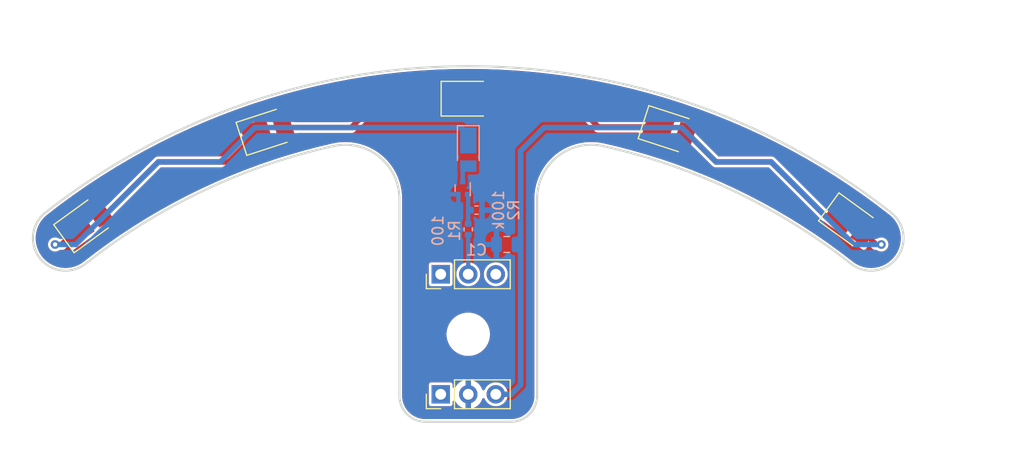
<source format=kicad_pcb>
(kicad_pcb (version 20211014) (generator pcbnew)
  (layers (0 "F.Cu" signal) (31 "B.Cu" signal) (34 "B.Paste" user) (35 "F.Paste" user) (36 "B.SilkS" user "B.Silkscreen") (37 "F.SilkS" user "F.Silkscreen") (38 "B.Mask" user) (39 "F.Mask" user) (44 "Edge.Cuts" user))
  (net 0 "")
  (net 1 "GND")
  (net 2 "+48V")
  (net 3 "Net-(D1-Pad1)")
  (net 4 "Net-(D1-Pad2)")
  (net 5 "Net-(D2-Pad2)")
  (net 6 "Net-(D3-Pad2)")
  (net 7 "Net-(D4-Pad2)")
  (net 8 "ENABLE")
  (net 9 "Net-(Q1-Pad1)")
  (net 10 "Net-(Q1-Pad3)")
  (net 11 "+5V")
  (net 13 "+3V3")
  (footprint "LED_SMD:LED_PLCC_2835_Handsoldering" (layer "F.Cu") (at 162.054952 85.99555 -18)
    (fp_text reference "D4" hide)
    (fp_text value "LED" hide)
    (fp_line (start -2.5 -1.6) (end -2.5 1.6) (layer "F.SilkS") (width 0.12))
    (fp_line (start 1.4 1.6) (end -2.5 1.6) (layer "F.SilkS") (width 0.12))
    (fp_line (start 1.4 -1.6) (end -2.5 -1.6) (layer "F.SilkS") (width 0.12))
    (pad "1" smd rect locked (at -1.05 0 342) (size 2.5 2.2) (layers "F.Cu" "F.Paste" "F.Mask") (net 6 "Net-(D3-Pad2)"))
    (pad "2" smd rect locked (at 1.525 0 342) (size 1.55 2.2) (layers "F.Cu" "F.Paste" "F.Mask") (net 7 "Net-(D4-Pad2)"))
  )
  (footprint "Connector_PinHeader_2.54mm:PinHeader_1x03_P2.54mm_Vertical" (layer "F.Cu") (at 140.973933 110.34894 90)
    (fp_text reference "J1" hide)
    (fp_text value "Conn_01x03_Female" hide)
    (fp_line (start -1.33 6.41) (end 1.33 6.41) (layer "F.SilkS") (width 0.12))
    (fp_line (start -1.33 1.27) (end -1.33 6.41) (layer "F.SilkS") (width 0.12))
    (fp_line (start -1.33 1.27) (end 1.33 1.27) (layer "F.SilkS") (width 0.12))
    (fp_line (start -1.33 0) (end -1.33 -1.33) (layer "F.SilkS") (width 0.12))
    (fp_line (start -1.33 -1.33) (end 0 -1.33) (layer "F.SilkS") (width 0.12))
    (fp_line (start 1.33 1.27) (end 1.33 6.41) (layer "F.SilkS") (width 0.12))
    (pad "1" thru_hole rect locked (at 0 0 90) (size 1.7 1.7) (drill 1) (layers *.Cu *.Mask) (net 11 "+5V"))
    (pad "2" thru_hole oval locked (at 0 2.54 90) (size 1.7 1.7) (drill 1) (layers *.Cu *.Mask) (net 1 "GND"))
    (pad "3" thru_hole oval locked (at 0 5.08 90) (size 1.7 1.7) (drill 1) (layers *.Cu *.Mask) (net 2 "+48V"))
  )
  (footprint "LED_SMD:LED_PLCC_2835_Handsoldering" (layer "F.Cu") (at 143.513933 83.05894)
    (fp_text reference "D3" hide)
    (fp_text value "LED" hide)
    (fp_line (start -2.5 -1.6) (end -2.5 1.6) (layer "F.SilkS") (width 0.12))
    (fp_line (start 1.4 -1.6) (end -2.5 -1.6) (layer "F.SilkS") (width 0.12))
    (fp_line (start 1.4 1.6) (end -2.5 1.6) (layer "F.SilkS") (width 0.12))
    (pad "1" smd rect locked (at -1.05 0) (size 2.5 2.2) (layers "F.Cu" "F.Paste" "F.Mask") (net 5 "Net-(D2-Pad2)"))
    (pad "2" smd rect locked (at 1.525 0) (size 1.55 2.2) (layers "F.Cu" "F.Paste" "F.Mask") (net 6 "Net-(D3-Pad2)"))
  )
  (footprint "LED_SMD:LED_PLCC_2835_Handsoldering" (layer "F.Cu") (at 124.972914 85.99555 18)
    (fp_text reference "D2" hide)
    (fp_text value "LED" hide)
    (fp_line (start 1.4 1.6) (end -2.5 1.6) (layer "F.SilkS") (width 0.12))
    (fp_line (start -2.5 -1.6) (end -2.5 1.6) (layer "F.SilkS") (width 0.12))
    (fp_line (start 1.4 -1.6) (end -2.5 -1.6) (layer "F.SilkS") (width 0.12))
    (pad "1" smd rect locked (at -1.05 0 18) (size 2.5 2.2) (layers "F.Cu" "F.Paste" "F.Mask") (net 4 "Net-(D1-Pad2)"))
    (pad "2" smd rect locked (at 1.525 0 18) (size 1.55 2.2) (layers "F.Cu" "F.Paste" "F.Mask") (net 5 "Net-(D2-Pad2)"))
  )
  (footprint "LED_SMD:LED_PLCC_2835_Handsoldering" (layer "F.Cu") (at 108.246818 94.517921 36)
    (fp_text reference "D1" hide)
    (fp_text value "LED" hide)
    (fp_line (start 1.4 -1.6) (end -2.5 -1.6) (layer "F.SilkS") (width 0.12))
    (fp_line (start -2.5 -1.6) (end -2.5 1.6) (layer "F.SilkS") (width 0.12))
    (fp_line (start 1.4 1.6) (end -2.5 1.6) (layer "F.SilkS") (width 0.12))
    (pad "1" smd rect locked (at -1.05 0 36) (size 2.5 2.2) (layers "F.Cu" "F.Paste" "F.Mask") (net 3 "Net-(D1-Pad1)"))
    (pad "2" smd rect locked (at 1.525 0 36) (size 1.55 2.2) (layers "F.Cu" "F.Paste" "F.Mask") (net 4 "Net-(D1-Pad2)"))
  )
  (footprint "MountingHole:MountingHole_3.5mm" (layer "F.Cu") (at 143.513933 104.80894)
    (fp_text reference "H1" hide)
    (fp_text value "MountingHole" hide)
    (pad "" np_thru_hole circle locked (at 0 0) (size 3.5 3.5) (drill 3.5) (layers *.Cu *.Mask))
  )
  (footprint "Connector_PinHeader_2.54mm:PinHeader_1x03_P2.54mm_Vertical" (layer "F.Cu") (at 140.973933 99.26894 90)
    (fp_text reference "J2" hide)
    (fp_text value "Conn_01x03_Female" hide)
    (fp_line (start -1.33 6.41) (end 1.33 6.41) (layer "F.SilkS") (width 0.12))
    (fp_line (start -1.33 1.27) (end -1.33 6.41) (layer "F.SilkS") (width 0.12))
    (fp_line (start -1.33 -1.33) (end 0 -1.33) (layer "F.SilkS") (width 0.12))
    (fp_line (start -1.33 0) (end -1.33 -1.33) (layer "F.SilkS") (width 0.12))
    (fp_line (start -1.33 1.27) (end 1.33 1.27) (layer "F.SilkS") (width 0.12))
    (fp_line (start 1.33 1.27) (end 1.33 6.41) (layer "F.SilkS") (width 0.12))
    (pad "1" thru_hole rect locked (at 0 0 90) (size 1.7 1.7) (drill 1) (layers *.Cu *.Mask))
    (pad "2" thru_hole oval locked (at 0 2.54 90) (size 1.7 1.7) (drill 1) (layers *.Cu *.Mask) (net 8 "ENABLE"))
    (pad "3" thru_hole oval locked (at 0 5.08 90) (size 1.7 1.7) (drill 1) (layers *.Cu *.Mask) (net 13 "+3V3"))
  )
  (footprint "LED_SMD:LED_PLCC_2835_Handsoldering" (layer "F.Cu") (at 178.781048 94.517921 -36)
    (fp_text reference "D5" hide)
    (fp_text value "LED" hide)
    (fp_line (start 1.4 1.6) (end -2.5 1.6) (layer "F.SilkS") (width 0.12))
    (fp_line (start -2.5 -1.6) (end -2.5 1.6) (layer "F.SilkS") (width 0.12))
    (fp_line (start 1.4 -1.6) (end -2.5 -1.6) (layer "F.SilkS") (width 0.12))
    (pad "1" smd rect locked (at -1.05 0 324) (size 2.5 2.2) (layers "F.Cu" "F.Paste" "F.Mask") (net 7 "Net-(D4-Pad2)"))
    (pad "2" smd rect locked (at 1.525 0 324) (size 1.55 2.2) (layers "F.Cu" "F.Paste" "F.Mask") (net 2 "+48V"))
  )
  (footprint "Package_TO_SOT_SMD:SOT-723" (layer "B.Cu") (at 143.002 91.313 90)
    (fp_text reference "Q1")
    (fp_text value "Q_NMOS_GSD")
    (fp_line (start -0.7 0.7) (end -0.7 0.7) (layer "B.SilkS") (width 0.12))
    (fp_line (start 0.5 0.7) (end -0.7 0.7) (layer "B.SilkS") (width 0.12))
    (fp_line (start 0.3 -0.7) (end -0.3 -0.7) (layer "B.SilkS") (width 0.12))
    (pad "1" smd rect locked (at -0.575 0.4 90) (size 0.45 0.4) (layers "B.Cu" "B.Paste" "B.Mask") (net 9 "Net-(Q1-Pad1)"))
    (pad "2" smd rect locked (at -0.575 -0.4 90) (size 0.45 0.4) (layers "B.Cu" "B.Paste" "B.Mask") (net 1 "GND"))
    (pad "3" smd rect locked (at 0.575 0 90) (size 0.45 0.5) (layers "B.Cu" "B.Paste" "B.Mask") (net 10 "Net-(Q1-Pad3)"))
  )
  (footprint "Resistor_SMD:R_0402_1005Metric" (layer "B.Cu") (at 144.27 93.345)
    (fp_text reference "R2" (at 3.431 0 90) (layer "B.SilkS") (effects (justify mirror)))
    (fp_text value "100k" (at 2.034 0 90) (layer "B.SilkS") (effects (justify mirror)))
    (fp_line (start -0.153641 -0.38) (end 0.153641 -0.38) (layer "B.SilkS") (width 0.12))
    (fp_line (start -0.153641 0.38) (end 0.153641 0.38) (layer "B.SilkS") (width 0.12))
    (pad "1" smd roundrect locked (at -0.51 0) (size 0.54 0.64) (layers "B.Cu" "B.Paste" "B.Mask") (net 9 "Net-(Q1-Pad1)"))
    (pad "2" smd roundrect locked (at 0.51 0) (size 0.54 0.64) (layers "B.Cu" "B.Paste" "B.Mask") (net 1 "GND"))
  )
  (footprint "Resistor_SMD:R_0402_1005Metric" (layer "B.Cu") (at 143.51 95.123 90)
    (fp_text reference "R1" (at -0.127 -1.27 90) (layer "B.SilkS") (effects (justify mirror)))
    (fp_text value "100" (at -0.127 -2.794 90) (layer "B.SilkS") (effects (justify mirror)))
    (fp_line (start -0.153641 -0.38) (end 0.153641 -0.38) (layer "B.SilkS") (width 0.12))
    (fp_line (start -0.153641 0.38) (end 0.153641 0.38) (layer "B.SilkS") (width 0.12))
    (pad "1" smd roundrect locked (at -0.51 0 90) (size 0.54 0.64) (layers "B.Cu" "B.Paste" "B.Mask") (net 8 "ENABLE"))
    (pad "2" smd roundrect locked (at 0.51 0 90) (size 0.54 0.64) (layers "B.Cu" "B.Paste" "B.Mask") (net 9 "Net-(Q1-Pad1)"))
  )
  (footprint "Diode_SMD:D_PowerDI-123" (layer "B.Cu") (at 143.513933 87.757 -90)
    (fp_text reference "U1")
    (fp_text value "AL5809")
    (fp_line (start -2.2 -1) (end 1 -1) (layer "B.SilkS") (width 0.12))
    (fp_line (start 1 1) (end -2.2 1) (layer "B.SilkS") (width 0.12))
    (fp_line (start -2.2 -1) (end -2.2 1) (layer "B.SilkS") (width 0.12))
    (pad "1" smd rect locked (at -0.85 0 90) (size 2.4 1.5) (layers "B.Cu" "B.Paste" "B.Mask") (net 3 "Net-(D1-Pad1)"))
    (pad "2" smd rect locked (at 1.525 0 90) (size 1.05 1.5) (layers "B.Cu" "B.Paste" "B.Mask") (net 10 "Net-(Q1-Pad3)"))
  )
  (footprint "Capacitor_SMD:C_0805_2012Metric" (layer "B.Cu") (at 147.066 96.52)
    (fp_text reference "C1" (at -2.794 0.508) (layer "B.SilkS") (effects (justify mirror)))
    (fp_text value "100uF" hide)
    (fp_line (start -0.261252 -0.735) (end 0.261252 -0.735) (layer "B.SilkS") (width 0.12))
    (fp_line (start -0.261252 0.735) (end 0.261252 0.735) (layer "B.SilkS") (width 0.12))
    (pad "1" smd roundrect locked (at -0.95 0) (size 1 1.45) (layers "B.Cu" "B.Paste" "B.Mask") (net 1 "GND"))
    (pad "2" smd roundrect locked (at 0.95 0) (size 1 1.45) (layers "B.Cu" "B.Paste" "B.Mask") (net 2 "+48V"))
  )
  (gr_arc (start 182.516852 93.583973) (mid 183.015518 97.797204) (end 178.802288 98.295875) (layer "Edge.Cuts") (width 0.2))
  (gr_arc (start 108.225578 98.295875) (mid 104.012344 97.797206) (end 104.511014 93.583973) (layer "Edge.Cuts") (width 0.2))
  (gr_arc (start 139.564072 112.88894) (mid 137.866916 112.185957) (end 137.163933 110.488801) (layer "Edge.Cuts") (width 0.2))
  (gr_arc (start 155.955279 87.43329) (mid 167.989023 91.581081) (end 178.802288 98.295875) (layer "Edge.Cuts") (width 0.2))
  (gr_line (start 137.163933 92.312733) (end 137.163933 110.488801) (layer "Edge.Cuts") (width 0.2))
  (gr_arc (start 131.072587 87.43329) (mid 135.289894 88.41038) (end 137.163933 92.312733) (layer "Edge.Cuts") (width 0.2))
  (gr_line (start 139.564072 112.88894) (end 147.463794 112.88894) (layer "Edge.Cuts") (width 0.2))
  (gr_arc (start 149.863933 110.488801) (mid 149.160949 112.185956) (end 147.463794 112.88894) (layer "Edge.Cuts") (width 0.2))
  (gr_arc (start 104.511014 93.583973) (mid 143.513933 80.058939) (end 182.516852 93.583973) (layer "Edge.Cuts") (width 0.2))
  (gr_arc (start 149.863933 92.312733) (mid 151.737971 88.410378) (end 155.955279 87.43329) (layer "Edge.Cuts") (width 0.2))
  (gr_line (start 149.863933 110.488801) (end 149.863933 92.312733) (layer "Edge.Cuts") (width 0.2))
  (gr_arc (start 108.225578 98.295875) (mid 119.038843 91.581081) (end 131.072587 87.43329) (layer "Edge.Cuts") (width 0.2))
  (segment (start 181.120505 96.52) (end 180.014799 95.414294) (width 0.508) (layer "F.Cu") (net 2))
  (segment (start 181.61 96.52) (end 181.120505 96.52) (width 0.508) (layer "F.Cu") (net 2))
  (via (at 181.61 96.52) (size 0.8) (drill 0.4) (layers "F.Cu" "B.Cu") (net 2))
  (segment (start 148.336 109.474) (end 148.336 87.884) (width 0.508) (layer "B.Cu") (net 2))
  (segment (start 171.45 88.9) (end 179.07 96.52) (width 0.508) (layer "B.Cu") (net 2))
  (segment (start 146.053933 110.34894) (end 147.46106 110.34894) (width 0.508) (layer "B.Cu") (net 2))
  (segment (start 147.46106 110.34894) (end 148.336 109.474) (width 0.508) (layer "B.Cu") (net 2))
  (segment (start 163.195 85.725) (end 166.37 88.9) (width 0.508) (layer "B.Cu") (net 2))
  (segment (start 179.07 96.52) (end 181.61 96.52) (width 0.508) (layer "B.Cu") (net 2))
  (segment (start 166.37 88.9) (end 171.45 88.9) (width 0.508) (layer "B.Cu") (net 2))
  (segment (start 148.336 87.884) (end 150.495 85.725) (width 0.508) (layer "B.Cu") (net 2))
  (segment (start 150.495 85.725) (end 163.195 85.725) (width 0.508) (layer "B.Cu") (net 2))
  (segment (start 106.012446 96.52) (end 107.39735 95.135096) (width 0.508) (layer "F.Cu") (net 3))
  (segment (start 105.41 96.52) (end 106.012446 96.52) (width 0.508) (layer "F.Cu") (net 3))
  (via (at 105.41 96.52) (size 0.8) (drill 0.4) (layers "F.Cu" "B.Cu") (net 3))
  (segment (start 143.513933 86.363933) (end 143.513933 86.907) (width 0.508) (layer "B.Cu") (net 3))
  (segment (start 107.315 96.52) (end 114.935 88.9) (width 0.508) (layer "B.Cu") (net 3))
  (segment (start 123.825 85.725) (end 142.875 85.725) (width 0.508) (layer "B.Cu") (net 3))
  (segment (start 142.875 85.725) (end 143.513933 86.363933) (width 0.508) (layer "B.Cu") (net 3))
  (segment (start 114.935 88.9) (end 120.65 88.9) (width 0.508) (layer "B.Cu") (net 3))
  (segment (start 120.65 88.9) (end 123.825 85.725) (width 0.508) (layer "B.Cu") (net 3))
  (segment (start 105.41 96.52) (end 107.315 96.52) (width 0.508) (layer "B.Cu") (net 3))
  (segment (start 123.974305 86.320018) (end 121.394323 88.9) (width 0.508) (layer "F.Cu") (net 4))
  (segment (start 121.394323 88.9) (end 114.935 88.9) (width 0.508) (layer "F.Cu") (net 4))
  (segment (start 110.213452 93.621548) (end 109.480569 93.621548) (width 0.508) (layer "F.Cu") (net 4))
  (segment (start 114.935 88.9) (end 110.213452 93.621548) (width 0.508) (layer "F.Cu") (net 4))
  (segment (start 126.799299 85.524299) (end 127 85.725) (width 0.508) (layer "F.Cu") (net 5))
  (segment (start 132.715 85.725) (end 135.38106 83.05894) (width 0.508) (layer "F.Cu") (net 5))
  (segment (start 135.38106 83.05894) (end 142.463933 83.05894) (width 0.508) (layer "F.Cu") (net 5))
  (segment (start 127 85.725) (end 132.715 85.725) (width 0.508) (layer "F.Cu") (net 5))
  (segment (start 126.423275 85.524299) (end 126.799299 85.524299) (width 0.508) (layer "F.Cu") (net 5))
  (segment (start 152.90894 83.05894) (end 145.038933 83.05894) (width 0.508) (layer "F.Cu") (net 6))
  (segment (start 161.056343 85.671082) (end 155.521082 85.671082) (width 0.508) (layer "F.Cu") (net 6))
  (segment (start 155.521082 85.671082) (end 152.90894 83.05894) (width 0.508) (layer "F.Cu") (net 6))
  (segment (start 163.505313 86.466801) (end 163.936801 86.466801) (width 0.508) (layer "F.Cu") (net 7))
  (segment (start 163.936801 86.466801) (end 166.37 88.9) (width 0.508) (layer "F.Cu") (net 7))
  (segment (start 171.45 88.9) (end 176.450746 93.900746) (width 0.508) (layer "F.Cu") (net 7))
  (segment (start 166.37 88.9) (end 171.45 88.9) (width 0.508) (layer "F.Cu") (net 7))
  (segment (start 176.450746 93.900746) (end 177.93158 93.900746) (width 0.508) (layer "F.Cu") (net 7))
  (segment (start 143.513933 99.26894) (end 143.513933 95.636933) (width 0.4064) (layer "B.Cu") (net 8))
  (segment (start 143.513933 95.636933) (end 143.51 95.633) (width 0.4064) (layer "B.Cu") (net 8))
  (segment (start 143.51 94.613) (end 143.51 91.996) (width 0.4064) (layer "B.Cu") (net 9))
  (segment (start 143.51 91.996) (end 143.402 91.888) (width 0.4064) (layer "B.Cu") (net 9))
  (segment (start 143.002 89.793933) (end 143.513933 89.282) (width 0.4064) (layer "B.Cu") (net 10))
  (segment (start 143.002 90.738) (end 143.002 89.793933) (width 0.4064) (layer "B.Cu") (net 10))
  (zone (net 1) (net_name "GND") (layers F&B.Cu) (connect_pads (clearance 0.254)) (min_thickness 0.254) (fill yes (thermal_gap 0.508) (thermal_bridge_width 0.508))
    (polygon (pts (xy 165.1 81.28) (xy 186.69 95.25) (xy 181.61 101.6) (xy 167.64 91.44) (xy 157.48 87.63) (xy 152.4 91.44) (xy 152.4 113.03) (xy 134.62 113.03) (xy 134.62 91.44) (xy 130.81 87.63) (xy 119.38 91.44) (xy 105.41 101.6) (xy 100.33 95.25) (xy 121.92 81.28) (xy 143.51 78.74)))
  )
)
</source>
